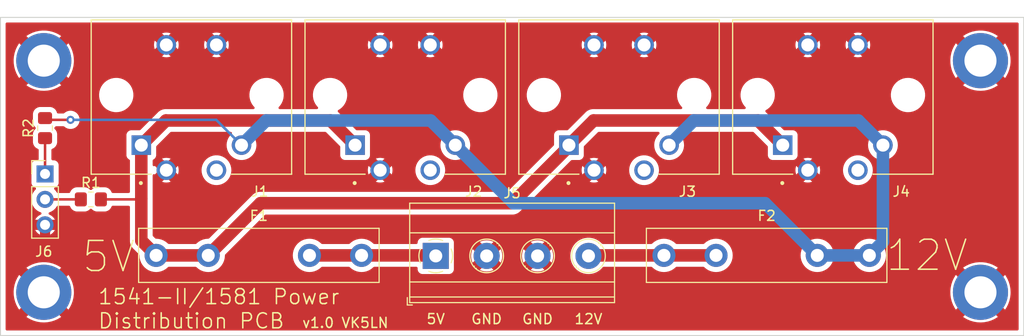
<source format=kicad_pcb>
(kicad_pcb (version 20211014) (generator pcbnew)
  (title_block (title "1541-II & 1581 Power Distribution PCB") (rev "v1.0"))
  (layers (0 "F.Cu" signal) (31 "B.Cu" signal) (34 "B.Paste" user) (35 "F.Paste" user) (36 "B.SilkS" user "B.Silkscreen") (37 "F.SilkS" user "F.Silkscreen") (38 "B.Mask" user) (39 "F.Mask" user) (44 "Edge.Cuts" user))
  (net 0 "")
  (net 1 "GND")
  (footprint "Connector_PinHeader_2.54mm:PinHeader_1x03_P2.54mm_Vertical" (layer "F.Cu") (at 98.5715 100.584)
    (fp_text reference "J6" (at -0.127 7.747) (layer "F.SilkS"))
    (fp_text value "PinHeader_1x03_P2.54mm_Vertical" hide)
    (fp_line (start 1.33 1.27) (end 1.33 6.41) (layer "F.SilkS") (width 0.12))
    (fp_line (start -1.33 1.27) (end 1.33 1.27) (layer "F.SilkS") (width 0.12))
    (fp_line (start -1.33 0) (end -1.33 -1.33) (layer "F.SilkS") (width 0.12))
    (fp_line (start -1.33 6.41) (end 1.33 6.41) (layer "F.SilkS") (width 0.12))
    (fp_line (start -1.33 -1.33) (end 0 -1.33) (layer "F.SilkS") (width 0.12))
    (fp_line (start -1.33 1.27) (end -1.33 6.41) (layer "F.SilkS") (width 0.12))
    (pad "1" thru_hole rect (at 0 0) (size 1.7 1.7) (drill 1) (layers *.Cu *.Mask))
    (pad "2" thru_hole oval (at 0 2.54) (size 1.7 1.7) (drill 1) (layers *.Cu *.Mask))
    (pad "3" thru_hole oval (at 0 5.08) (size 1.7 1.7) (drill 1) (layers *.Cu *.Mask) (net 1 "GND"))
  )
  (footprint "MountingHole:MountingHole_3.2mm_M3_ISO14580_Pad_TopBottom" (layer "F.Cu") (at 191.9165 89.281)
    (fp_text reference "REF**" hide)
    (fp_text value "MountingHole_3.2mm_M3_ISO14580_Pad_TopBottom" hide)
    (pad "1" connect circle (at 0 0) (size 5.5 5.5) (layers "B.Cu" "B.Mask"))
    (pad "1" thru_hole circle (at 0 0) (size 3.6 3.6) (drill 3.2) (layers *.Cu *.Mask))
    (pad "1" connect circle (at 0 0) (size 5.5 5.5) (layers "F.Cu" "F.Mask") (net 1 "GND"))
  )
  (footprint "Resistor_SMD:R_0805_2012Metric_Pad1.20x1.40mm_HandSolder" (layer "F.Cu") (at 98.5715 96.012 90)
    (fp_text reference "R2" (at 0 -1.65 90) (layer "F.SilkS"))
    (fp_text value "")
    (fp_line (start -0.227064 -0.735) (end 0.227064 -0.735) (layer "F.SilkS") (width 0.12))
    (fp_line (start -0.227064 0.735) (end 0.227064 0.735) (layer "F.SilkS") (width 0.12))
    (pad "1" smd roundrect (at -1 0 90) (size 1.2 1.4) (layers "F.Cu" "F.Paste" "F.Mask") (roundrect_rratio 0.208333))
    (pad "2" smd roundrect (at 1 0 90) (size 1.2 1.4) (layers "F.Cu" "F.Paste" "F.Mask") (roundrect_rratio 0.208333))
  )
  (footprint "Connector:CUI_SDS-40J" (layer "F.Cu") (at 113.1765 92.71 180)
    (fp_text reference "J1" (at -6.825 -9.635) (layer "F.SilkS"))
    (fp_text value "CUI_SDS-40J")
    (fp_line (start 10 -7.9) (end 10 7.5) (layer "F.SilkS") (width 0.127))
    (fp_line (start -10 -7.9) (end -4 -7.9) (layer "F.SilkS") (width 0.127))
    (fp_line (start -10 7.5) (end 10 7.5) (layer "F.SilkS") (width 0.127))
    (fp_line (start -10 7.5) (end -10 -7.9) (layer "F.SilkS") (width 0.127))
    (fp_line (start 4 -7.9) (end 10 -7.9) (layer "F.SilkS") (width 0.127))
    (fp_circle (center 5.044 -8.784) (end 5.144 -8.784) (layer "F.SilkS") (width 0.2) (fill none))
    (pad "" np_thru_hole circle locked (at -7.5 0 180) (size 2.4 2.4) (drill 2.4) (layers *.Cu *.Mask))
    (pad "" np_thru_hole circle locked (at 7.5 0 180) (size 2.4 2.4) (drill 2.4) (layers *.Cu *.Mask))
    (pad "1" thru_hole rect locked (at 5 -5 180) (size 1.95 1.95) (drill 1.3) (layers *.Cu *.Mask))
    (pad "2" thru_hole circle locked (at 2.5 -7.5 180) (size 1.95 1.95) (drill 1.3) (layers *.Cu *.Mask) (net 1 "GND"))
    (pad "3" thru_hole circle locked (at -2.5 -7.5 180) (size 1.95 1.95) (drill 1.3) (layers *.Cu *.Mask))
    (pad "4" thru_hole circle locked (at -5 -5 180) (size 1.95 1.95) (drill 1.3) (layers *.Cu *.Mask))
    (pad "E1" thru_hole circle locked (at -2.5 5 180) (size 1.95 1.95) (drill 1.3) (layers *.Cu *.Mask) (net 1 "GND"))
    (pad "E2" thru_hole circle locked (at 2.5 5 180) (size 1.95 1.95) (drill 1.3) (layers *.Cu *.Mask) (net 1 "GND"))
  )
  (footprint "TerminalBlock_Phoenix:TerminalBlock_Phoenix_MKDS-1,5-4-5.08_1x04_P5.08mm_Horizontal" (layer "F.Cu") (at 137.5605 108.763)
    (fp_text reference "J5" (at 7.62 -6.26) (layer "F.SilkS"))
    (fp_text value "TerminalBlock_Phoenix_MKDS-1,5-4-5.08_1x04_P5.08mm_Horizontal" hide)
    (fp_line (start -2.84 4.16) (end -2.84 4.9) (layer "F.SilkS") (width 0.12))
    (fp_line (start -2.6 4.1) (end 17.84 4.1) (layer "F.SilkS") (width 0.12))
    (fp_line (start 3.853 1.023) (end 3.806 1.069) (layer "F.SilkS") (width 0.12))
    (fp_line (start 16.515 -1.069) (end 16.468 -1.023) (layer "F.SilkS") (width 0.12))
    (fp_line (start -2.6 -5.261) (end 17.84 -5.261) (layer "F.SilkS") (width 0.12))
    (fp_line (start 17.84 -5.261) (end 17.84 4.66) (layer "F.SilkS") (width 0.12))
    (fp_line (start -2.84 4.9) (end -2.34 4.9) (layer "F.SilkS") (width 0.12))
    (fp_line (start -2.6 2.6) (end 17.84 2.6) (layer "F.SilkS") (width 0.12))
    (fp_line (start 14.206 1.239) (end 14.171 1.274) (layer "F.SilkS") (width 0.12))
    (fp_line (start 6.15 -1.275) (end 6.115 -1.239) (layer "F.SilkS") (width 0.12))
    (fp_line (start 9.126 1.239) (end 9.091 1.274) (layer "F.SilkS") (width 0.12))
    (fp_line (start 11.435 -1.069) (end 11.388 -1.023) (layer "F.SilkS") (width 0.12))
    (fp_line (start -2.6 -5.261) (end -2.6 4.66) (layer "F.SilkS") (width 0.12))
    (fp_line (start 6.355 -1.069) (end 6.308 -1.023) (layer "F.SilkS") (width 0.12))
    (fp_line (start 14.013 1.023) (end 13.966 1.069) (layer "F.SilkS") (width 0.12))
    (fp_line (start 4.046 1.239) (end 4.011 1.274) (layer "F.SilkS") (width 0.12))
    (fp_line (start 8.933 1.023) (end 8.886 1.069) (layer "F.SilkS") (width 0.12))
    (fp_line (start 16.31 -1.275) (end 16.275 -1.239) (layer "F.SilkS") (width 0.12))
    (fp_line (start -2.6 4.66) (end 17.84 4.66) (layer "F.SilkS") (width 0.12))
    (fp_line (start 11.23 -1.275) (end 11.195 -1.239) (layer "F.SilkS") (width 0.12))
    (fp_line (start -2.6 -2.301) (end 17.84 -2.301) (layer "F.SilkS") (width 0.12))
    (fp_arc (start 0.028805 1.680253) (mid -0.335551 1.646659) (end -0.684 1.535) (layer "F.SilkS") (width 0.12))
    (fp_arc (start 1.535427 -0.683042) (mid 1.680501 0.000524) (end 1.535 0.684) (layer "F.SilkS") (width 0.12))
    (fp_arc (start -0.683042 -1.535427) (mid 0.000524 -1.680501) (end 0.684 -1.535) (layer "F.SilkS") (width 0.12))
    (fp_arc (start 0.683318 1.534756) (mid 0.349292 1.643288) (end 0 1.68) (layer "F.SilkS") (width 0.12))
    (fp_arc (start -1.535427 0.683042) (mid -1.680501 -0.000524) (end -1.535 -0.684) (layer "F.SilkS") (width 0.12))
    (fp_circle (center 15.24 0) (end 16.92 0) (layer "F.SilkS") (width 0.12) (fill none))
    (fp_circle (center 10.16 0) (end 11.84 0) (layer "F.SilkS") (width 0.12) (fill none))
    (fp_circle (center 5.08 0) (end 6.76 0) (layer "F.SilkS") (width 0.12) (fill none))
    (pad "1" thru_hole rect (at 0 0) (size 2.6 2.6) (drill 1.3) (layers *.Cu *.Mask))
    (pad "2" thru_hole circle (at 5.08 0) (size 2.6 2.6) (drill 1.3) (layers *.Cu *.Mask) (net 1 "GND"))
    (pad "3" thru_hole circle (at 10.16 0) (size 2.6 2.6) (drill 1.3) (layers *.Cu *.Mask) (net 1 "GND"))
    (pad "4" thru_hole circle (at 15.24 0) (size 2.6 2.6) (drill 1.3) (layers *.Cu *.Mask))
  )
  (footprint "Fuse:Fuseholder_Littelfuse_445_030_series_5x20mm" (layer "F.Cu") (at 109.6575 108.712)
    (fp_text reference "F1" (at 10.25 -3.95 unlocked) (layer "F.SilkS"))
    (fp_text value "Fuseholder_Littelfuse_445_030_series_5x20mm" hide)
    (fp_line (start -1.75 2.7) (end -1.75 -2.7) (layer "F.SilkS") (width 0.12))
    (fp_line (start 22.25 2.7) (end -1.75 2.7) (layer "F.SilkS") (width 0.12))
    (fp_line (start -1.75 -2.7) (end 22.25 -2.7) (layer "F.SilkS") (width 0.12))
    (fp_line (start 22.25 -2.7) (end 22.25 2.7) (layer "F.SilkS") (width 0.12))
    (pad "1" thru_hole circle (at 0 0) (size 2.3 2.3) (drill 1.3) (layers *.Cu *.Mask))
    (pad "1" thru_hole circle (at 5.2 0) (size 2.3 2.3) (drill 1.3) (layers *.Cu *.Mask))
    (pad "2" thru_hole circle (at 20.5 0) (size 2.3 2.3) (drill 1.3) (layers *.Cu *.Mask))
    (pad "2" thru_hole circle (at 15.3 0) (size 2.3 2.3) (drill 1.3) (layers *.Cu *.Mask))
  )
  (footprint "Fuse:Fuseholder_Littelfuse_445_030_series_5x20mm" (layer "F.Cu") (at 160.3305 108.712)
    (fp_text reference "F2" (at 10.25 -3.95 unlocked) (layer "F.SilkS"))
    (fp_text value "Fuseholder_Littelfuse_445_030_series_5x20mm" hide)
    (fp_line (start 22.25 -2.7) (end 22.25 2.7) (layer "F.SilkS") (width 0.12))
    (fp_line (start -1.75 2.7) (end -1.75 -2.7) (layer "F.SilkS") (width 0.12))
    (fp_line (start -1.75 -2.7) (end 22.25 -2.7) (layer "F.SilkS") (width 0.12))
    (fp_line (start 22.25 2.7) (end -1.75 2.7) (layer "F.SilkS") (width 0.12))
    (pad "1" thru_hole circle (at 0 0) (size 2.3 2.3) (drill 1.3) (layers *.Cu *.Mask))
    (pad "1" thru_hole circle (at 5.2 0) (size 2.3 2.3) (drill 1.3) (layers *.Cu *.Mask))
    (pad "2" thru_hole circle (at 20.5 0) (size 2.3 2.3) (drill 1.3) (layers *.Cu *.Mask))
    (pad "2" thru_hole circle (at 15.3 0) (size 2.3 2.3) (drill 1.3) (layers *.Cu *.Mask))
  )
  (footprint "MountingHole:MountingHole_3.2mm_M3_ISO14580_Pad_TopBottom" (layer "F.Cu") (at 98.4445 89.281)
    (fp_text reference "REF**" hide)
    (fp_text value "MountingHole_3.2mm_M3_ISO14580_Pad_TopBottom" hide)
    (pad "1" connect circle (at 0 0) (size 5.5 5.5) (layers "B.Cu" "B.Mask"))
    (pad "1" thru_hole circle (at 0 0) (size 3.6 3.6) (drill 3.2) (layers *.Cu *.Mask))
    (pad "1" connect circle (at 0 0) (size 5.5 5.5) (layers "F.Cu" "F.Mask") (net 1 "GND"))
  )
  (footprint "MountingHole:MountingHole_3.2mm_M3_ISO14580_Pad_TopBottom" (layer "F.Cu") (at 191.9165 112.395)
    (fp_text reference "REF**" hide)
    (fp_text value "MountingHole_3.2mm_M3_ISO14580_Pad_TopBottom" hide)
    (pad "1" connect circle (at 0 0) (size 5.5 5.5) (layers "F.Cu" "F.Mask") (net 1 "GND"))
    (pad "1" connect circle (at 0 0) (size 5.5 5.5) (layers "B.Cu" "B.Mask"))
    (pad "1" thru_hole circle (at 0 0) (size 3.6 3.6) (drill 3.2) (layers *.Cu *.Mask))
  )
  (footprint "MountingHole:MountingHole_3.2mm_M3_ISO14580_Pad_TopBottom" (layer "F.Cu") (at 98.4445 112.395)
    (fp_text reference "REF**" hide)
    (fp_text value "MountingHole_3.2mm_M3_ISO14580_Pad_TopBottom" hide)
    (pad "1" connect circle (at 0 0) (size 5.5 5.5) (layers "F.Cu" "F.Mask") (net 1 "GND"))
    (pad "1" thru_hole circle (at 0 0) (size 3.6 3.6) (drill 3.2) (layers *.Cu *.Mask))
    (pad "1" connect circle (at 0 0) (size 5.5 5.5) (layers "B.Cu" "B.Mask"))
  )
  (footprint "Connector:CUI_SDS-40J" (layer "F.Cu") (at 155.8485 92.71 180)
    (fp_text reference "J3" (at -6.825 -9.635) (layer "F.SilkS"))
    (fp_text value "CUI_SDS-40J")
    (fp_line (start -10 -7.9) (end -4 -7.9) (layer "F.SilkS") (width 0.127))
    (fp_line (start -10 7.5) (end 10 7.5) (layer "F.SilkS") (width 0.127))
    (fp_line (start 4 -7.9) (end 10 -7.9) (layer "F.SilkS") (width 0.127))
    (fp_line (start -10 7.5) (end -10 -7.9) (layer "F.SilkS") (width 0.127))
    (fp_line (start 10 -7.9) (end 10 7.5) (layer "F.SilkS") (width 0.127))
    (fp_circle (center 5.044 -8.784) (end 5.144 -8.784) (layer "F.SilkS") (width 0.2) (fill none))
    (pad "" np_thru_hole circle locked (at 7.5 0 180) (size 2.4 2.4) (drill 2.4) (layers *.Cu *.Mask))
    (pad "" np_thru_hole circle locked (at -7.5 0 180) (size 2.4 2.4) (drill 2.4) (layers *.Cu *.Mask))
    (pad "1" thru_hole rect locked (at 5 -5 180) (size 1.95 1.95) (drill 1.3) (layers *.Cu *.Mask))
    (pad "2" thru_hole circle locked (at 2.5 -7.5 180) (size 1.95 1.95) (drill 1.3) (layers *.Cu *.Mask) (net 1 "GND"))
    (pad "3" thru_hole circle locked (at -2.5 -7.5 180) (size 1.95 1.95) (drill 1.3) (layers *.Cu *.Mask))
    (pad "4" thru_hole circle locked (at -5 -5 180) (size 1.95 1.95) (drill 1.3) (layers *.Cu *.Mask))
    (pad "E1" thru_hole circle locked (at -2.5 5 180) (size 1.95 1.95) (drill 1.3) (layers *.Cu *.Mask) (net 1 "GND"))
    (pad "E2" thru_hole circle locked (at 2.5 5 180) (size 1.95 1.95) (drill 1.3) (layers *.Cu *.Mask) (net 1 "GND"))
  )
  (footprint "Connector:CUI_SDS-40J" (layer "F.Cu") (at 134.5125 92.71 180)
    (fp_text reference "J2" (at -6.825 -9.635) (layer "F.SilkS"))
    (fp_text value "CUI_SDS-40J")
    (fp_line (start 4 -7.9) (end 10 -7.9) (layer "F.SilkS") (width 0.127))
    (fp_line (start -10 7.5) (end -10 -7.9) (layer "F.SilkS") (width 0.127))
    (fp_line (start 10 -7.9) (end 10 7.5) (layer "F.SilkS") (width 0.127))
    (fp_line (start -10 -7.9) (end -4 -7.9) (layer "F.SilkS") (width 0.127))
    (fp_line (start -10 7.5) (end 10 7.5) (layer "F.SilkS") (width 0.127))
    (fp_circle (center 5.044 -8.784) (end 5.144 -8.784) (layer "F.SilkS") (width 0.2) (fill none))
    (pad "" np_thru_hole circle locked (at -7.5 0 180) (size 2.4 2.4) (drill 2.4) (layers *.Cu *.Mask))
    (pad "" np_thru_hole circle locked (at 7.5 0 180) (size 2.4 2.4) (drill 2.4) (layers *.Cu *.Mask))
    (pad "1" thru_hole rect locked (at 5 -5 180) (size 1.95 1.95) (drill 1.3) (layers *.Cu *.Mask))
    (pad "2" thru_hole circle locked (at 2.5 -7.5 180) (size 1.95 1.95) (drill 1.3) (layers *.Cu *.Mask) (net 1 "GND"))
    (pad "3" thru_hole circle locked (at -2.5 -7.5 180) (size 1.95 1.95) (drill 1.3) (layers *.Cu *.Mask))
    (pad "4" thru_hole circle locked (at -5 -5 180) (size 1.95 1.95) (drill 1.3) (layers *.Cu *.Mask))
    (pad "E1" thru_hole circle locked (at -2.5 5 180) (size 1.95 1.95) (drill 1.3) (layers *.Cu *.Mask) (net 1 "GND"))
    (pad "E2" thru_hole circle locked (at 2.5 5 180) (size 1.95 1.95) (drill 1.3) (layers *.Cu *.Mask) (net 1 "GND"))
  )
  (footprint "Connector:CUI_SDS-40J" (layer "F.Cu") (at 177.1845 92.71 180)
    (fp_text reference "J4" (at -6.825 -9.635) (layer "F.SilkS"))
    (fp_text value "CUI_SDS-40J")
    (fp_line (start -10 7.5) (end -10 -7.9) (layer "F.SilkS") (width 0.127))
    (fp_line (start -10 -7.9) (end -4 -7.9) (layer "F.SilkS") (width 0.127))
    (fp_line (start 4 -7.9) (end 10 -7.9) (layer "F.SilkS") (width 0.127))
    (fp_line (start 10 -7.9) (end 10 7.5) (layer "F.SilkS") (width 0.127))
    (fp_line (start -10 7.5) (end 10 7.5) (layer "F.SilkS") (width 0.127))
    (fp_circle (center 5.044 -8.784) (end 5.144 -8.784) (layer "F.SilkS") (width 0.2) (fill none))
    (pad "" np_thru_hole circle locked (at 7.5 0 180) (size 2.4 2.4) (drill 2.4) (layers *.Cu *.Mask))
    (pad "" np_thru_hole circle locked (at -7.5 0 180) (size 2.4 2.4) (drill 2.4) (layers *.Cu *.Mask))
    (pad "1" thru_hole rect locked (at 5 -5 180) (size 1.95 1.95) (drill 1.3) (layers *.Cu *.Mask))
    (pad "2" thru_hole circle locked (at 2.5 -7.5 180) (size 1.95 1.95) (drill 1.3) (layers *.Cu *.Mask) (net 1 "GND"))
    (pad "3" thru_hole circle locked (at -2.5 -7.5 180) (size 1.95 1.95) (drill 1.3) (layers *.Cu *.Mask))
    (pad "4" thru_hole circle locked (at -5 -5 180) (size 1.95 1.95) (drill 1.3) (layers *.Cu *.Mask))
    (pad "E1" thru_hole circle locked (at -2.5 5 180) (size 1.95 1.95) (drill 1.3) (layers *.Cu *.Mask) (net 1 "GND"))
    (pad "E2" thru_hole circle locked (at 2.5 5 180) (size 1.95 1.95) (drill 1.3) (layers *.Cu *.Mask) (net 1 "GND"))
  )
  (footprint "Resistor_SMD:R_0805_2012Metric_Pad1.20x1.40mm_HandSolder" (layer "F.Cu") (at 103.1435 103.124)
    (fp_text reference "R1" (at 0 -1.65) (layer "F.SilkS"))
    (fp_text value " ")
    (fp_line (start -0.227064 0.735) (end 0.227064 0.735) (layer "F.SilkS") (width 0.12))
    (fp_line (start -0.227064 -0.735) (end 0.227064 -0.735) (layer "F.SilkS") (width 0.12))
    (pad "1" smd roundrect (at -1 0) (size 1.2 1.4) (layers "F.Cu" "F.Paste" "F.Mask") (roundrect_rratio 0.208333))
    (pad "2" smd roundrect (at 1 0) (size 1.2 1.4) (layers "F.Cu" "F.Paste" "F.Mask") (roundrect_rratio 0.208333))
  )
  (gr_rect (start 94.1265 84.963) (end 196.2345 116.713) (layer "Edge.Cuts") (width 0.1) (fill none))
  (gr_text "12V" (at 152.8005 115.062) (layer "F.SilkS") (effects (font (size 1 1))))
  (gr_text "5V" (at 104.9215 108.839) (layer "F.SilkS") (effects (font (size 3 3))))
  (gr_text "12V" (at 186.5825 108.712) (layer "F.SilkS") (effects (font (size 3 3))))
  (gr_text "5V" (at 137.5605 115.062) (layer "F.SilkS") (effects (font (size 1 1))))
  (gr_text "1541-II/1581 Power\nDistribution PCB" (at 103.7785 114.046) (layer "F.SilkS") (effects (font (size 1.5 1.5)) (justify left)))
  (gr_text "GND" (at 147.7205 115.062) (layer "F.SilkS") (effects (font (size 1 1))))
  (gr_text "v1.0 VK5LN" (at 128.5435 115.443) (layer "F.SilkS") (effects (font (size 1 1))))
  (gr_text "GND" (at 142.6405 115.062) (layer "F.SilkS") (effects (font (size 1 1))))
  (segment (start 160.3305 108.712) (end 165.5305 108.712) (width 1.25) (layer "F.Cu") (net 0))
  (segment (start 110.6365 95.25) (end 127.0525 95.25) (width 1.25) (layer "F.Cu") (net 0))
  (segment (start 152.8515 108.712) (end 152.8005 108.763) (width 0.2) (layer "F.Cu") (net 0))
  (segment (start 145.1805 103.505) (end 150.8485 97.837) (width 1.25) (layer "F.Cu") (net 0))
  (segment (start 153.3085 95.25) (end 169.7245 95.25) (width 1.25) (layer "F.Cu") (net 0))
  (segment (start 98.7455 95.186) (end 98.5715 95.012) (width 0.2) (layer "F.Cu") (net 0))
  (segment (start 127.0525 95.25) (end 129.5125 97.71) (width 1.25) (layer "F.Cu") (net 0))
  (segment (start 102.1435 103.124) (end 98.5715 103.124) (width 0.25) (layer "F.Cu") (net 0))
  (segment (start 108.1765 103.044) (end 108.1765 107.231) (width 1.25) (layer "F.Cu") (net 0))
  (segment (start 120.0645 103.505) (end 114.8575 108.712) (width 1.25) (layer "F.Cu") (net 0))
  (segment (start 130.1575 108.712) (end 124.9575 108.712) (width 1.25) (layer "F.Cu") (net 0))
  (segment (start 150.8485 97.71) (end 153.3085 95.25) (width 1.25) (layer "F.Cu") (net 0))
  (segment (start 130.1575 108.712) (end 137.5095 108.712) (width 1.25) (layer "F.Cu") (net 0))
  (segment (start 101.1115 95.186) (end 98.7455 95.186) (width 0.25) (layer "F.Cu") (net 0))
  (segment (start 137.5095 108.712) (end 137.5605 108.763) (width 0.25) (layer "F.Cu") (net 0))
  (segment (start 109.6575 108.712) (end 114.8575 108.712) (width 1.25) (layer "F.Cu") (net 0))
  (segment (start 104.1435 103.124) (end 108.0965 103.124) (width 0.25) (layer "F.Cu") (net 0))
  (segment (start 120.0645 103.505) (end 145.1805 103.505) (width 1.25) (layer "F.Cu") (net 0))
  (segment (start 98.5715 97.012) (end 98.5715 100.584) (width 0.25) (layer "F.Cu") (net 0))
  (segment (start 108.0965 103.124) (end 108.1765 103.044) (width 0.25) (layer "F.Cu") (net 0))
  (segment (start 108.1765 97.71) (end 110.6365 95.25) (width 1.25) (layer "F.Cu") (net 0))
  (segment (start 160.3305 108.712) (end 152.8515 108.712) (width 1.25) (layer "F.Cu") (net 0))
  (segment (start 108.1765 97.71) (end 108.1765 103.044) (width 1.25) (layer "F.Cu") (net 0))
  (segment (start 169.7245 95.25) (end 172.1845 97.71) (width 1.25) (layer "F.Cu") (net 0))
  (segment (start 150.8485 97.837) (end 150.8485 97.71) (width 1.25) (layer "F.Cu") (net 0))
  (segment (start 108.1765 107.231) (end 109.6575 108.712) (width 1.25) (layer "F.Cu") (net 0))
  (via (at 101.1115 95.186) (size 0.8) (drill 0.4) (layers "F.Cu" "B.Cu") (net 0))
  (segment (start 182.1845 97.71) (end 182.1845 107.358) (width 1.25) (layer "B.Cu") (net 0))
  (segment (start 120.6365 95.25) (end 137.0525 95.25) (width 1.25) (layer "B.Cu") (net 0))
  (segment (start 139.5125 97.71) (end 145.3075 103.505) (width 1.25) (layer "B.Cu") (net 0))
  (segment (start 160.8485 97.71) (end 163.3085 95.25) (width 1.25) (layer "B.Cu") (net 0))
  (segment (start 101.1115 95.186) (end 115.6525 95.186) (width 0.25) (layer "B.Cu") (net 0))
  (segment (start 115.6525 95.186) (end 118.1765 97.71) (width 0.25) (layer "B.Cu") (net 0))
  (segment (start 179.7245 95.25) (end 182.1845 97.71) (width 1.25) (layer "B.Cu") (net 0))
  (segment (start 182.1845 107.358) (end 180.8305 108.712) (width 1.25) (layer "B.Cu") (net 0))
  (segment (start 118.1765 97.71) (end 120.6365 95.25) (width 1.25) (layer "B.Cu") (net 0))
  (segment (start 175.6305 108.712) (end 180.8305 108.712) (width 1.25) (layer "B.Cu") (net 0))
  (segment (start 137.0525 95.25) (end 139.5125 97.71) (width 1.25) (layer "B.Cu") (net 0))
  (segment (start 163.3085 95.25) (end 179.7245 95.25) (width 1.25) (layer "B.Cu") (net 0))
  (segment (start 145.3075 103.505) (end 170.4235 103.505) (width 1.25) (layer "B.Cu") (net 0))
  (segment (start 170.4235 103.505) (end 175.6305 108.712) (width 1.25) (layer "B.Cu") (net 0))
  (zone (net 1) (net_name "GND") (layer "F.Cu") (name "GND") (connect_pads (clearance 0.508)) (min_thickness 0.254) (fill yes (thermal_gap 0.254) (thermal_bridge_width 1.016))
    (polygon (pts (xy 196.1075 85.09) (xy 196.1075 116.586) (xy 94.2535 116.586) (xy 94.2535 85.09)))
  )
)
</source>
